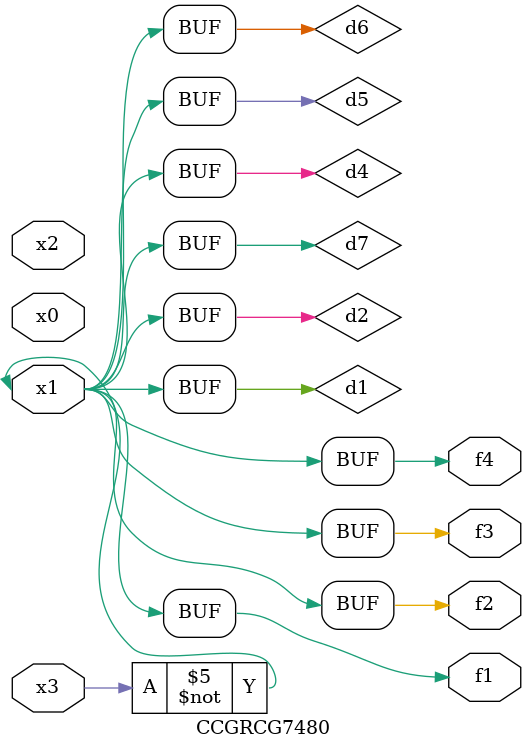
<source format=v>
module CCGRCG7480(
	input x0, x1, x2, x3,
	output f1, f2, f3, f4
);

	wire d1, d2, d3, d4, d5, d6, d7;

	not (d1, x3);
	buf (d2, x1);
	xnor (d3, d1, d2);
	nor (d4, d1);
	buf (d5, d1, d2);
	buf (d6, d4, d5);
	nand (d7, d4);
	assign f1 = d6;
	assign f2 = d7;
	assign f3 = d6;
	assign f4 = d6;
endmodule

</source>
